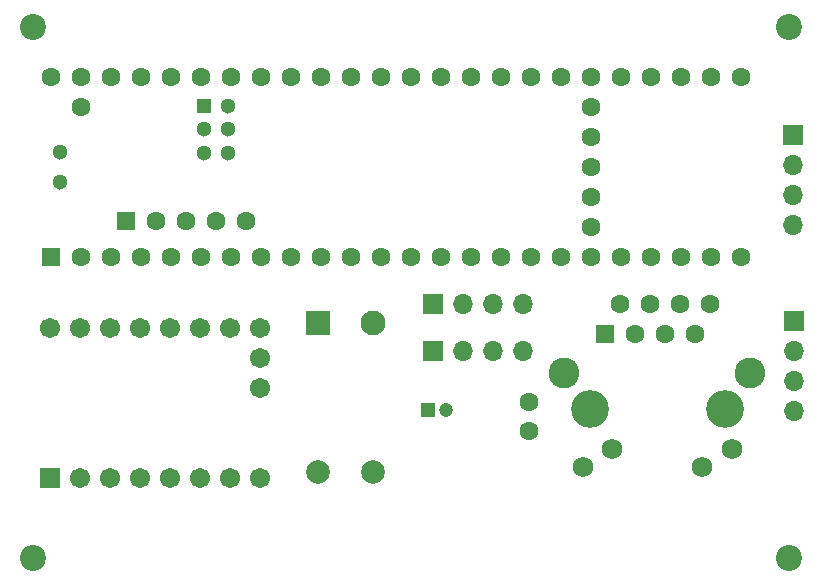
<source format=gts>
%TF.GenerationSoftware,KiCad,Pcbnew,8.0.1*%
%TF.CreationDate,2024-05-05T16:57:19-04:00*%
%TF.ProjectId,arm,61726d2e-6b69-4636-9164-5f7063625858,rev?*%
%TF.SameCoordinates,Original*%
%TF.FileFunction,Soldermask,Top*%
%TF.FilePolarity,Negative*%
%FSLAX46Y46*%
G04 Gerber Fmt 4.6, Leading zero omitted, Abs format (unit mm)*
G04 Created by KiCad (PCBNEW 8.0.1) date 2024-05-05 16:57:19*
%MOMM*%
%LPD*%
G01*
G04 APERTURE LIST*
G04 Aperture macros list*
%AMRoundRect*
0 Rectangle with rounded corners*
0 $1 Rounding radius*
0 $2 $3 $4 $5 $6 $7 $8 $9 X,Y pos of 4 corners*
0 Add a 4 corners polygon primitive as box body*
4,1,4,$2,$3,$4,$5,$6,$7,$8,$9,$2,$3,0*
0 Add four circle primitives for the rounded corners*
1,1,$1+$1,$2,$3*
1,1,$1+$1,$4,$5*
1,1,$1+$1,$6,$7*
1,1,$1+$1,$8,$9*
0 Add four rect primitives between the rounded corners*
20,1,$1+$1,$2,$3,$4,$5,0*
20,1,$1+$1,$4,$5,$6,$7,0*
20,1,$1+$1,$6,$7,$8,$9,0*
20,1,$1+$1,$8,$9,$2,$3,0*%
G04 Aperture macros list end*
%ADD10C,2.000000*%
%ADD11RoundRect,0.250001X-0.799999X-0.799999X0.799999X-0.799999X0.799999X0.799999X-0.799999X0.799999X0*%
%ADD12C,2.100000*%
%ADD13C,2.200000*%
%ADD14R,1.200000X1.200000*%
%ADD15C,1.200000*%
%ADD16C,1.600000*%
%ADD17R,1.700000X1.700000*%
%ADD18O,1.700000X1.700000*%
%ADD19R,1.600000X1.600000*%
%ADD20R,1.300000X1.300000*%
%ADD21C,1.300000*%
%ADD22RoundRect,0.102000X0.754000X-0.754000X0.754000X0.754000X-0.754000X0.754000X-0.754000X-0.754000X0*%
%ADD23C,1.712000*%
%ADD24C,3.200000*%
%ADD25RoundRect,0.102000X0.699000X0.699000X-0.699000X0.699000X-0.699000X-0.699000X0.699000X-0.699000X0*%
%ADD26C,1.602000*%
%ADD27C,1.734000*%
%ADD28C,2.604000*%
G04 APERTURE END LIST*
D10*
X98700000Y-106675000D03*
X103300000Y-106675000D03*
D11*
X98700000Y-94075000D03*
D12*
X103300000Y-94075000D03*
D13*
X138500000Y-69000000D03*
D14*
X108000000Y-101500000D03*
D15*
X109500000Y-101500000D03*
D16*
X116500000Y-100750000D03*
X116500000Y-103250000D03*
D17*
X108380000Y-96500000D03*
D18*
X110920000Y-96500000D03*
X113460000Y-96500000D03*
X116000000Y-96500000D03*
D13*
X74500000Y-114000000D03*
D17*
X108380000Y-92500000D03*
D18*
X110920000Y-92500000D03*
X113460000Y-92500000D03*
X116000000Y-92500000D03*
D19*
X76080000Y-88500000D03*
D16*
X78620000Y-88500000D03*
X81160000Y-88500000D03*
X83700000Y-88500000D03*
X86240000Y-88500000D03*
X88780000Y-88500000D03*
X91320000Y-88500000D03*
X93860000Y-88500000D03*
X96400000Y-88500000D03*
X98940000Y-88500000D03*
X101480000Y-88500000D03*
X104020000Y-88500000D03*
X106560000Y-88500000D03*
X109100000Y-88500000D03*
X111640000Y-88500000D03*
X114180000Y-88500000D03*
X116720000Y-88500000D03*
X119260000Y-88500000D03*
X121800000Y-88500000D03*
X124340000Y-88500000D03*
X126880000Y-88500000D03*
X129420000Y-88500000D03*
X131960000Y-88500000D03*
X134500000Y-88500000D03*
X134500000Y-73260000D03*
X131960000Y-73260000D03*
X129420000Y-73260000D03*
X126880000Y-73260000D03*
X124340000Y-73260000D03*
X121800000Y-73260000D03*
X119260000Y-73260000D03*
X116720000Y-73260000D03*
X114180000Y-73260000D03*
X111640000Y-73260000D03*
X109100000Y-73260000D03*
X106560000Y-73260000D03*
X104020000Y-73260000D03*
X101480000Y-73260000D03*
X98940000Y-73260000D03*
X96400000Y-73260000D03*
X93860000Y-73260000D03*
X91320000Y-73260000D03*
X88780000Y-73260000D03*
X86240000Y-73260000D03*
X83700000Y-73260000D03*
X81160000Y-73260000D03*
X78620000Y-73260000D03*
X76080000Y-73260000D03*
X78620000Y-75800000D03*
X121800000Y-85960000D03*
X121800000Y-83420000D03*
X121800000Y-80880000D03*
X121800000Y-78340000D03*
X121800000Y-75800000D03*
D19*
X82379200Y-85449200D03*
D16*
X84919200Y-85449200D03*
X87459200Y-85449200D03*
X89999200Y-85449200D03*
X92539200Y-85449200D03*
D20*
X89050000Y-75698400D03*
D21*
X89050000Y-77698400D03*
X89050000Y-79698400D03*
X91050000Y-79698400D03*
X91050000Y-77698400D03*
X91050000Y-75698400D03*
X76810000Y-79610000D03*
X76810000Y-82150000D03*
D17*
X138900000Y-78180000D03*
D18*
X138900000Y-80720000D03*
X138900000Y-83260000D03*
X138900000Y-85800000D03*
D17*
X139000000Y-93960000D03*
D18*
X139000000Y-96500000D03*
X139000000Y-99040000D03*
X139000000Y-101580000D03*
D22*
X76000000Y-107200000D03*
D23*
X78540000Y-107200000D03*
X81080000Y-107200000D03*
X83620000Y-107200000D03*
X86160000Y-107200000D03*
X88700000Y-107200000D03*
X91240000Y-107200000D03*
X93780000Y-107200000D03*
X76000000Y-94500000D03*
X78540000Y-94500000D03*
X81080000Y-94500000D03*
X83620000Y-94500000D03*
X86160000Y-94500000D03*
X88700000Y-94500000D03*
X91240000Y-94500000D03*
X93780000Y-94500000D03*
X93780000Y-99580000D03*
X93780000Y-97040000D03*
D13*
X138500000Y-114000000D03*
D24*
X133120000Y-101390000D03*
X121690000Y-101390000D03*
D25*
X122960000Y-95040000D03*
D26*
X124230000Y-92500000D03*
X125500000Y-95040000D03*
X126770000Y-92500000D03*
X128040000Y-95040000D03*
X129310000Y-92500000D03*
X130580000Y-95040000D03*
X131850000Y-92500000D03*
D27*
X121080000Y-106290000D03*
X123595000Y-104770000D03*
X131215000Y-106290000D03*
X133730000Y-104770000D03*
D28*
X135280000Y-98340000D03*
X119530000Y-98340000D03*
D13*
X74500000Y-69000000D03*
M02*

</source>
